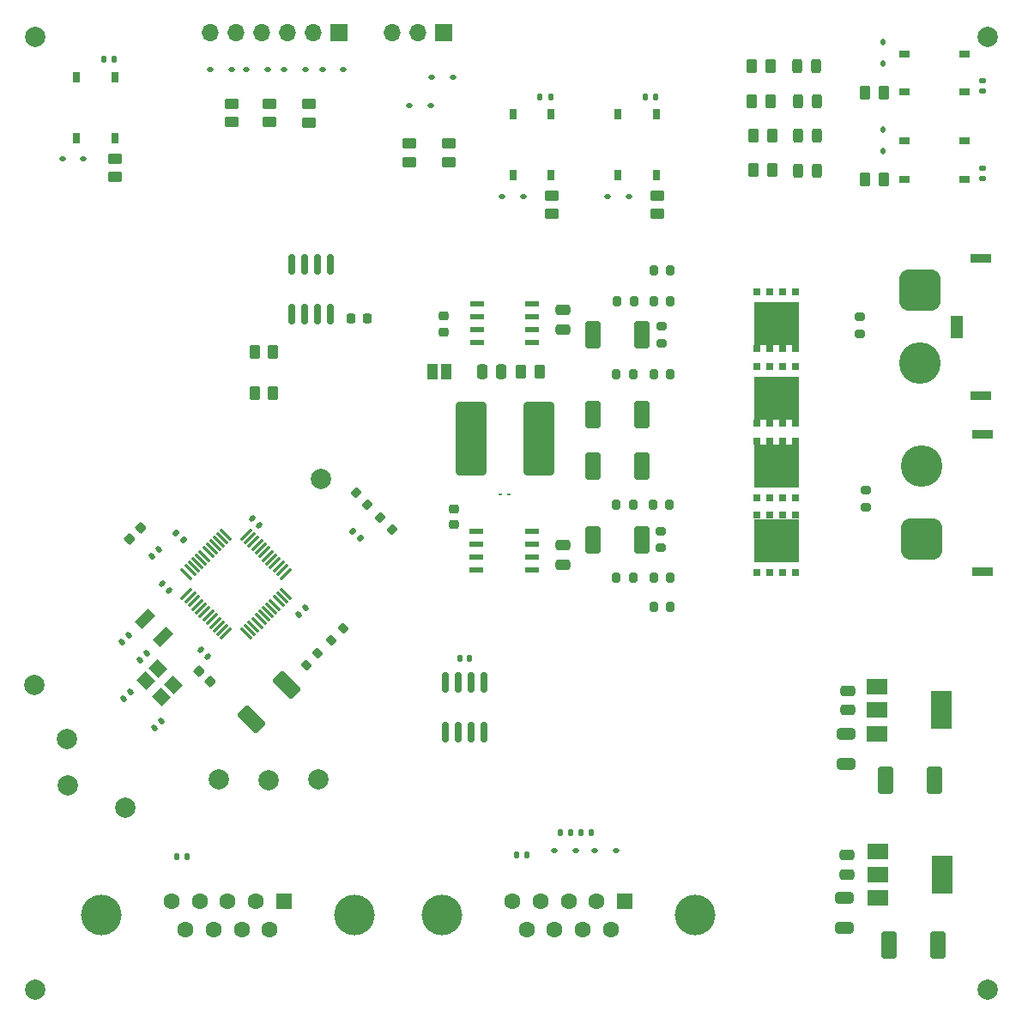
<source format=gbr>
%TF.GenerationSoftware,KiCad,Pcbnew,7.0.9*%
%TF.CreationDate,2024-03-23T03:29:42+09:00*%
%TF.ProjectId,motordriver2,6d6f746f-7264-4726-9976-6572322e6b69,rev?*%
%TF.SameCoordinates,Original*%
%TF.FileFunction,Soldermask,Top*%
%TF.FilePolarity,Negative*%
%FSLAX46Y46*%
G04 Gerber Fmt 4.6, Leading zero omitted, Abs format (unit mm)*
G04 Created by KiCad (PCBNEW 7.0.9) date 2024-03-23 03:29:42*
%MOMM*%
%LPD*%
G01*
G04 APERTURE LIST*
G04 Aperture macros list*
%AMRoundRect*
0 Rectangle with rounded corners*
0 $1 Rounding radius*
0 $2 $3 $4 $5 $6 $7 $8 $9 X,Y pos of 4 corners*
0 Add a 4 corners polygon primitive as box body*
4,1,4,$2,$3,$4,$5,$6,$7,$8,$9,$2,$3,0*
0 Add four circle primitives for the rounded corners*
1,1,$1+$1,$2,$3*
1,1,$1+$1,$4,$5*
1,1,$1+$1,$6,$7*
1,1,$1+$1,$8,$9*
0 Add four rect primitives between the rounded corners*
20,1,$1+$1,$2,$3,$4,$5,0*
20,1,$1+$1,$4,$5,$6,$7,0*
20,1,$1+$1,$6,$7,$8,$9,0*
20,1,$1+$1,$8,$9,$2,$3,0*%
%AMRotRect*
0 Rectangle, with rotation*
0 The origin of the aperture is its center*
0 $1 length*
0 $2 width*
0 $3 Rotation angle, in degrees counterclockwise*
0 Add horizontal line*
21,1,$1,$2,0,0,$3*%
G04 Aperture macros list end*
%ADD10RoundRect,0.140000X0.021213X-0.219203X0.219203X-0.021213X-0.021213X0.219203X-0.219203X0.021213X0*%
%ADD11R,0.700000X0.700000*%
%ADD12R,4.510000X4.350000*%
%ADD13RoundRect,0.243750X0.243750X0.456250X-0.243750X0.456250X-0.243750X-0.456250X0.243750X-0.456250X0*%
%ADD14RoundRect,0.250000X-0.450000X0.262500X-0.450000X-0.262500X0.450000X-0.262500X0.450000X0.262500X0*%
%ADD15RoundRect,0.200000X0.335876X0.053033X0.053033X0.335876X-0.335876X-0.053033X-0.053033X-0.335876X0*%
%ADD16RoundRect,0.200000X-0.200000X-0.275000X0.200000X-0.275000X0.200000X0.275000X-0.200000X0.275000X0*%
%ADD17RoundRect,0.250000X-0.500000X-1.100000X0.500000X-1.100000X0.500000X1.100000X-0.500000X1.100000X0*%
%ADD18RoundRect,0.250000X0.475000X-0.250000X0.475000X0.250000X-0.475000X0.250000X-0.475000X-0.250000X0*%
%ADD19RoundRect,0.225000X0.250000X-0.225000X0.250000X0.225000X-0.250000X0.225000X-0.250000X-0.225000X0*%
%ADD20RoundRect,0.250000X-0.262500X-0.450000X0.262500X-0.450000X0.262500X0.450000X-0.262500X0.450000X0*%
%ADD21R,1.460500X0.558800*%
%ADD22R,1.000000X1.500000*%
%ADD23R,1.700000X1.700000*%
%ADD24O,1.700000X1.700000*%
%ADD25RoundRect,0.147500X-0.147500X-0.172500X0.147500X-0.172500X0.147500X0.172500X-0.147500X0.172500X0*%
%ADD26RoundRect,0.250001X1.262499X3.349999X-1.262499X3.349999X-1.262499X-3.349999X1.262499X-3.349999X0*%
%ADD27RoundRect,0.250000X0.250000X0.475000X-0.250000X0.475000X-0.250000X-0.475000X0.250000X-0.475000X0*%
%ADD28C,2.000000*%
%ADD29RoundRect,0.250000X0.450000X-0.262500X0.450000X0.262500X-0.450000X0.262500X-0.450000X-0.262500X0*%
%ADD30RoundRect,0.140000X-0.140000X-0.170000X0.140000X-0.170000X0.140000X0.170000X-0.140000X0.170000X0*%
%ADD31R,1.000000X0.750000*%
%ADD32RoundRect,0.135000X-0.185000X0.135000X-0.185000X-0.135000X0.185000X-0.135000X0.185000X0.135000X0*%
%ADD33RoundRect,0.135000X-0.135000X-0.185000X0.135000X-0.185000X0.135000X0.185000X-0.135000X0.185000X0*%
%ADD34RoundRect,0.147500X0.226274X0.017678X0.017678X0.226274X-0.226274X-0.017678X-0.017678X-0.226274X0*%
%ADD35RoundRect,0.225000X0.335876X0.017678X0.017678X0.335876X-0.335876X-0.017678X-0.017678X-0.335876X0*%
%ADD36RoundRect,0.112500X0.187500X0.112500X-0.187500X0.112500X-0.187500X-0.112500X0.187500X-0.112500X0*%
%ADD37R,2.000000X1.500000*%
%ADD38R,2.000000X3.800000*%
%ADD39RotRect,1.000000X1.800000X315.000000*%
%ADD40RoundRect,0.112500X-0.187500X-0.112500X0.187500X-0.112500X0.187500X0.112500X-0.187500X0.112500X0*%
%ADD41R,0.750000X1.000000*%
%ADD42RoundRect,0.135000X-0.226274X-0.035355X-0.035355X-0.226274X0.226274X0.035355X0.035355X0.226274X0*%
%ADD43RoundRect,0.075000X-0.415425X-0.521491X0.521491X0.415425X0.415425X0.521491X-0.521491X-0.415425X0*%
%ADD44RoundRect,0.075000X0.415425X-0.521491X0.521491X-0.415425X-0.415425X0.521491X-0.521491X0.415425X0*%
%ADD45RoundRect,0.250000X0.262500X0.450000X-0.262500X0.450000X-0.262500X-0.450000X0.262500X-0.450000X0*%
%ADD46RoundRect,0.112500X-0.112500X0.187500X-0.112500X-0.187500X0.112500X-0.187500X0.112500X0.187500X0*%
%ADD47RoundRect,0.250000X-0.650000X0.325000X-0.650000X-0.325000X0.650000X-0.325000X0.650000X0.325000X0*%
%ADD48RoundRect,0.200000X0.275000X-0.200000X0.275000X0.200000X-0.275000X0.200000X-0.275000X-0.200000X0*%
%ADD49RoundRect,0.225000X-0.225000X-0.250000X0.225000X-0.250000X0.225000X0.250000X-0.225000X0.250000X0*%
%ADD50RoundRect,0.150000X-0.150000X0.825000X-0.150000X-0.825000X0.150000X-0.825000X0.150000X0.825000X0*%
%ADD51RoundRect,0.200000X-0.275000X0.200000X-0.275000X-0.200000X0.275000X-0.200000X0.275000X0.200000X0*%
%ADD52RotRect,1.400000X1.200000X135.000000*%
%ADD53RoundRect,0.200000X0.053033X-0.335876X0.335876X-0.053033X-0.053033X0.335876X-0.335876X0.053033X0*%
%ADD54R,2.000000X0.900000*%
%ADD55RoundRect,1.025000X-1.025000X1.025000X-1.025000X-1.025000X1.025000X-1.025000X1.025000X1.025000X0*%
%ADD56C,4.100000*%
%ADD57RoundRect,0.140000X-0.219203X-0.021213X-0.021213X-0.219203X0.219203X0.021213X0.021213X0.219203X0*%
%ADD58RoundRect,0.062500X-0.117500X-0.062500X0.117500X-0.062500X0.117500X0.062500X-0.117500X0.062500X0*%
%ADD59C,4.000000*%
%ADD60R,1.600000X1.600000*%
%ADD61C,1.600000*%
%ADD62RoundRect,0.250000X0.424264X-1.131371X1.131371X-0.424264X-0.424264X1.131371X-1.131371X0.424264X0*%
%ADD63RoundRect,0.225000X0.017678X-0.335876X0.335876X-0.017678X-0.017678X0.335876X-0.335876X0.017678X0*%
%ADD64RoundRect,0.140000X0.219203X0.021213X0.021213X0.219203X-0.219203X-0.021213X-0.021213X-0.219203X0*%
%ADD65R,1.300000X2.300000*%
%ADD66RoundRect,0.140000X-0.021213X0.219203X-0.219203X0.021213X0.021213X-0.219203X0.219203X-0.021213X0*%
%ADD67RoundRect,0.225000X-0.250000X0.225000X-0.250000X-0.225000X0.250000X-0.225000X0.250000X0.225000X0*%
G04 APERTURE END LIST*
D10*
%TO.C,C17*%
X73574589Y-138261411D03*
X74253411Y-137582589D03*
%TD*%
D11*
%TO.C,Q2*%
X133225000Y-139832500D03*
X134495000Y-139832500D03*
X135765000Y-139832500D03*
X137035000Y-139832500D03*
D12*
X135130000Y-136702500D03*
D11*
X133225000Y-134232500D03*
X134495000Y-134232500D03*
X135765000Y-134232500D03*
X137035000Y-134232500D03*
%TD*%
D13*
%TO.C,D12*%
X139097500Y-89900000D03*
X137222500Y-89900000D03*
%TD*%
D14*
%TO.C,R40*%
X81395000Y-93612500D03*
X81395000Y-95437500D03*
%TD*%
D10*
%TO.C,C6*%
X72318189Y-148481211D03*
X72997011Y-147802389D03*
%TD*%
D15*
%TO.C,R25*%
X94817363Y-133171363D03*
X93650637Y-132004637D03*
%TD*%
D16*
%TO.C,R5*%
X122975000Y-133200000D03*
X124625000Y-133200000D03*
%TD*%
D17*
%TO.C,D4*%
X117050000Y-129350000D03*
X121850000Y-129350000D03*
%TD*%
D14*
%TO.C,R30*%
X69900000Y-99037500D03*
X69900000Y-100862500D03*
%TD*%
D13*
%TO.C,D8*%
X139137500Y-96750000D03*
X137262500Y-96750000D03*
%TD*%
D17*
%TO.C,D10*%
X117050000Y-124300000D03*
X121850000Y-124300000D03*
%TD*%
D18*
%TO.C,C10*%
X114100000Y-139100000D03*
X114100000Y-137200000D03*
%TD*%
D19*
%TO.C,C20*%
X103378000Y-135141000D03*
X103378000Y-133591000D03*
%TD*%
D20*
%TO.C,R11*%
X83669500Y-118110000D03*
X85494500Y-118110000D03*
%TD*%
D21*
%TO.C,U2*%
X105575850Y-135795000D03*
X105575850Y-137065000D03*
X105575850Y-138335000D03*
X105575850Y-139605000D03*
X111024150Y-139605000D03*
X111024150Y-138335000D03*
X111024150Y-137065000D03*
X111024150Y-135795000D03*
%TD*%
D22*
%TO.C,JP1*%
X101250000Y-120100000D03*
X102550000Y-120100000D03*
%TD*%
D23*
%TO.C,J5*%
X102359100Y-86628800D03*
D24*
X99819100Y-86628800D03*
X97279100Y-86628800D03*
%TD*%
D25*
%TO.C,D20*%
X109532500Y-167709700D03*
X110502500Y-167709700D03*
%TD*%
D26*
%TO.C,R9*%
X111750000Y-126700000D03*
X105050000Y-126700000D03*
%TD*%
D20*
%TO.C,R17*%
X83669500Y-122174000D03*
X85494500Y-122174000D03*
%TD*%
D27*
%TO.C,C7*%
X108000000Y-120050000D03*
X106100000Y-120050000D03*
%TD*%
D28*
%TO.C,TP1*%
X90000000Y-160300000D03*
%TD*%
D29*
%TO.C,R36*%
X102819100Y-99391300D03*
X102819100Y-97566300D03*
%TD*%
D16*
%TO.C,R16*%
X123025000Y-113100000D03*
X124675000Y-113100000D03*
%TD*%
D30*
%TO.C,C1*%
X103914000Y-148362000D03*
X104874000Y-148362000D03*
%TD*%
D31*
%TO.C,SW4*%
X153750000Y-101075000D03*
X147750000Y-101075000D03*
X153750000Y-97325000D03*
X147750000Y-97325000D03*
%TD*%
D16*
%TO.C,R6*%
X123025000Y-140350000D03*
X124675000Y-140350000D03*
%TD*%
D32*
%TO.C,R33*%
X155500000Y-91340000D03*
X155500000Y-92360000D03*
%TD*%
D33*
%TO.C,R35*%
X68790000Y-89250000D03*
X69810000Y-89250000D03*
%TD*%
D34*
%TO.C,D13*%
X94068947Y-136486947D03*
X93383053Y-135801053D03*
%TD*%
D29*
%TO.C,R26*%
X123405000Y-104487500D03*
X123405000Y-102662500D03*
%TD*%
D17*
%TO.C,D11*%
X117050000Y-116450000D03*
X121850000Y-116450000D03*
%TD*%
D35*
%TO.C,C16*%
X79288008Y-150662008D03*
X78191992Y-149565992D03*
%TD*%
D23*
%TO.C,J4*%
X92025000Y-86625000D03*
D24*
X89485000Y-86625000D03*
X86945000Y-86625000D03*
X84405000Y-86625000D03*
X81865000Y-86625000D03*
X79325000Y-86625000D03*
%TD*%
D17*
%TO.C,D5*%
X117050000Y-136650000D03*
X121850000Y-136650000D03*
%TD*%
D16*
%TO.C,R8*%
X123025000Y-143300000D03*
X124675000Y-143300000D03*
%TD*%
D36*
%TO.C,D23*%
X84945000Y-90225000D03*
X82845000Y-90225000D03*
%TD*%
D37*
%TO.C,U7*%
X145200000Y-167350000D03*
X145200000Y-169650000D03*
D38*
X151500000Y-169650000D03*
D37*
X145200000Y-171950000D03*
%TD*%
D13*
%TO.C,D9*%
X139137500Y-93350000D03*
X137262500Y-93350000D03*
%TD*%
D37*
%TO.C,U6*%
X145100000Y-151150000D03*
X145100000Y-153450000D03*
D38*
X151400000Y-153450000D03*
D37*
X145100000Y-155750000D03*
%TD*%
D39*
%TO.C,Y1*%
X74602183Y-146197283D03*
X72834417Y-144429517D03*
%TD*%
D40*
%TO.C,D22*%
X86595000Y-90225000D03*
X88695000Y-90225000D03*
%TD*%
D41*
%TO.C,SW5*%
X69875000Y-91000000D03*
X69875000Y-97000000D03*
X66125000Y-91000000D03*
X66125000Y-97000000D03*
%TD*%
D42*
%TO.C,R2*%
X75917376Y-135958376D03*
X76638624Y-136679624D03*
%TD*%
D16*
%TO.C,R15*%
X123025000Y-120300000D03*
X124675000Y-120300000D03*
%TD*%
D43*
%TO.C,U3*%
X76962124Y-141998788D03*
X77315678Y-142352342D03*
X77669231Y-142705895D03*
X78022785Y-143059449D03*
X78376338Y-143413002D03*
X78729891Y-143766555D03*
X79083445Y-144120109D03*
X79436998Y-144473662D03*
X79790551Y-144827215D03*
X80144105Y-145180769D03*
X80497658Y-145534322D03*
X80851212Y-145887876D03*
D44*
X82848788Y-145887876D03*
X83202342Y-145534322D03*
X83555895Y-145180769D03*
X83909449Y-144827215D03*
X84263002Y-144473662D03*
X84616555Y-144120109D03*
X84970109Y-143766555D03*
X85323662Y-143413002D03*
X85677215Y-143059449D03*
X86030769Y-142705895D03*
X86384322Y-142352342D03*
X86737876Y-141998788D03*
D43*
X86737876Y-140001212D03*
X86384322Y-139647658D03*
X86030769Y-139294105D03*
X85677215Y-138940551D03*
X85323662Y-138586998D03*
X84970109Y-138233445D03*
X84616555Y-137879891D03*
X84263002Y-137526338D03*
X83909449Y-137172785D03*
X83555895Y-136819231D03*
X83202342Y-136465678D03*
X82848788Y-136112124D03*
D44*
X80851212Y-136112124D03*
X80497658Y-136465678D03*
X80144105Y-136819231D03*
X79790551Y-137172785D03*
X79436998Y-137526338D03*
X79083445Y-137879891D03*
X78729891Y-138233445D03*
X78376338Y-138586998D03*
X78022785Y-138940551D03*
X77669231Y-139294105D03*
X77315678Y-139647658D03*
X76962124Y-140001212D03*
%TD*%
D30*
%TO.C,C8*%
X115903000Y-165559700D03*
X116863000Y-165559700D03*
%TD*%
D10*
%TO.C,C4*%
X73821189Y-155228811D03*
X74500011Y-154549989D03*
%TD*%
D25*
%TO.C,D21*%
X76015000Y-167859700D03*
X76985000Y-167859700D03*
%TD*%
D45*
%TO.C,R18*%
X134572500Y-93355000D03*
X132747500Y-93355000D03*
%TD*%
D46*
%TO.C,D17*%
X145650000Y-96200000D03*
X145650000Y-98300000D03*
%TD*%
D28*
%TO.C,H1*%
X62000000Y-181000000D03*
%TD*%
D16*
%TO.C,R4*%
X119375000Y-140350000D03*
X121025000Y-140350000D03*
%TD*%
D47*
%TO.C,C22*%
X141900000Y-171975000D03*
X141900000Y-174925000D03*
%TD*%
D16*
%TO.C,R20*%
X119450000Y-113100000D03*
X121100000Y-113100000D03*
%TD*%
D48*
%TO.C,R7*%
X123750000Y-137425000D03*
X123750000Y-135775000D03*
%TD*%
D14*
%TO.C,R38*%
X88995000Y-93675000D03*
X88995000Y-95500000D03*
%TD*%
D28*
%TO.C,TP7*%
X85050000Y-160350000D03*
%TD*%
D49*
%TO.C,C11*%
X93206000Y-114799000D03*
X94756000Y-114799000D03*
%TD*%
D28*
%TO.C,TP4*%
X65200000Y-160900000D03*
%TD*%
D50*
%TO.C,U1*%
X106299000Y-150687000D03*
X105029000Y-150687000D03*
X103759000Y-150687000D03*
X102489000Y-150687000D03*
X102489000Y-155637000D03*
X103759000Y-155637000D03*
X105029000Y-155637000D03*
X106299000Y-155637000D03*
%TD*%
D28*
%TO.C,TP3*%
X65150000Y-156300000D03*
%TD*%
D51*
%TO.C,R12*%
X123800000Y-115575000D03*
X123800000Y-117225000D03*
%TD*%
D13*
%TO.C,D7*%
X139137500Y-100225000D03*
X137262500Y-100225000D03*
%TD*%
D45*
%TO.C,R14*%
X134722500Y-96765000D03*
X132897500Y-96765000D03*
%TD*%
D10*
%TO.C,C5*%
X70550389Y-146713411D03*
X71229211Y-146034589D03*
%TD*%
D52*
%TO.C,Y2*%
X75676958Y-150920677D03*
X74121323Y-149365042D03*
X72919242Y-150567123D03*
X74474877Y-152122758D03*
%TD*%
D53*
%TO.C,R23*%
X91215637Y-146554363D03*
X92382363Y-145387637D03*
%TD*%
%TO.C,R22*%
X88740737Y-149029163D03*
X89907463Y-147862437D03*
%TD*%
D45*
%TO.C,R10*%
X134722500Y-100200000D03*
X132897500Y-100200000D03*
%TD*%
D31*
%TO.C,SW3*%
X153750000Y-92475000D03*
X147750000Y-92475000D03*
X153750000Y-88725000D03*
X147750000Y-88725000D03*
%TD*%
D54*
%TO.C,M1*%
X155450000Y-126250000D03*
X155450000Y-139750000D03*
D55*
X149450000Y-136600000D03*
D56*
X149450000Y-129400000D03*
%TD*%
D17*
%TO.C,D26*%
X145950000Y-160350000D03*
X150750000Y-160350000D03*
%TD*%
D57*
%TO.C,C15*%
X83480589Y-134534589D03*
X84159411Y-135213411D03*
%TD*%
D11*
%TO.C,Q3*%
X137035000Y-119552500D03*
X135765000Y-119552500D03*
X134495000Y-119552500D03*
X133225000Y-119552500D03*
D12*
X135130000Y-122682500D03*
D11*
X137035000Y-125152500D03*
X135765000Y-125152500D03*
X134495000Y-125152500D03*
X133225000Y-125152500D03*
%TD*%
D36*
%TO.C,D3*%
X115350000Y-167309700D03*
X113250000Y-167309700D03*
%TD*%
D16*
%TO.C,R19*%
X119375000Y-120300000D03*
X121025000Y-120300000D03*
%TD*%
D36*
%TO.C,D2*%
X119300000Y-167309700D03*
X117200000Y-167309700D03*
%TD*%
D18*
%TO.C,C24*%
X142100000Y-169650000D03*
X142100000Y-167750000D03*
%TD*%
D41*
%TO.C,SW2*%
X112930000Y-94675000D03*
X112930000Y-100675000D03*
X109180000Y-94675000D03*
X109180000Y-100675000D03*
%TD*%
D33*
%TO.C,R32*%
X111845000Y-92925000D03*
X112865000Y-92925000D03*
%TD*%
D45*
%TO.C,R21*%
X134582500Y-89895000D03*
X132757500Y-89895000D03*
%TD*%
D21*
%TO.C,U5*%
X105601650Y-113400000D03*
X105601650Y-114670000D03*
X105601650Y-115940000D03*
X105601650Y-117210000D03*
X111049950Y-117210000D03*
X111049950Y-115940000D03*
X111049950Y-114670000D03*
X111049950Y-113400000D03*
%TD*%
D11*
%TO.C,Q4*%
X137040000Y-112200000D03*
X135770000Y-112200000D03*
X134500000Y-112200000D03*
X133230000Y-112200000D03*
D12*
X135135000Y-115330000D03*
D11*
X137040000Y-117800000D03*
X135770000Y-117800000D03*
X134500000Y-117800000D03*
X133230000Y-117800000D03*
%TD*%
D16*
%TO.C,R13*%
X123025000Y-110050000D03*
X124675000Y-110050000D03*
%TD*%
D58*
%TO.C,D1*%
X108747500Y-132200000D03*
X107907500Y-132200000D03*
%TD*%
D28*
%TO.C,TP5*%
X70900000Y-163100000D03*
%TD*%
D45*
%TO.C,R1*%
X111762500Y-120050000D03*
X109937500Y-120050000D03*
%TD*%
D59*
%TO.C,J3*%
X68510000Y-173689700D03*
X93510000Y-173689700D03*
D60*
X86550000Y-172269700D03*
D61*
X83780000Y-172269700D03*
X81010000Y-172269700D03*
X78240000Y-172269700D03*
X75470000Y-172269700D03*
X85165000Y-175109700D03*
X82395000Y-175109700D03*
X79625000Y-175109700D03*
X76855000Y-175109700D03*
%TD*%
D14*
%TO.C,R39*%
X85095000Y-93612500D03*
X85095000Y-95437500D03*
%TD*%
D41*
%TO.C,SW1*%
X123280000Y-94675000D03*
X123280000Y-100675000D03*
X119530000Y-94675000D03*
X119530000Y-100675000D03*
%TD*%
D40*
%TO.C,D19*%
X90345000Y-90225000D03*
X92445000Y-90225000D03*
%TD*%
D15*
%TO.C,R24*%
X97253363Y-135649763D03*
X96086637Y-134483037D03*
%TD*%
D36*
%TO.C,D24*%
X101019100Y-93778800D03*
X98919100Y-93778800D03*
%TD*%
D40*
%TO.C,D14*%
X118505000Y-102825000D03*
X120605000Y-102825000D03*
%TD*%
D20*
%TO.C,R29*%
X143887500Y-101100000D03*
X145712500Y-101100000D03*
%TD*%
D48*
%TO.C,RV1*%
X143950000Y-133425000D03*
X143950000Y-131775000D03*
%TD*%
D18*
%TO.C,C18*%
X114050000Y-115900000D03*
X114050000Y-114000000D03*
%TD*%
D40*
%TO.C,D15*%
X108055000Y-102825000D03*
X110155000Y-102825000D03*
%TD*%
D28*
%TO.C,TP2*%
X61950000Y-150950000D03*
%TD*%
D16*
%TO.C,R3*%
X119375000Y-133200000D03*
X121025000Y-133200000D03*
%TD*%
D29*
%TO.C,R27*%
X113005000Y-104500000D03*
X113005000Y-102675000D03*
%TD*%
D30*
%TO.C,C9*%
X113870000Y-165559700D03*
X114830000Y-165559700D03*
%TD*%
D51*
%TO.C,RV2*%
X143350000Y-114650000D03*
X143350000Y-116300000D03*
%TD*%
D40*
%TO.C,D25*%
X79295000Y-90225000D03*
X81395000Y-90225000D03*
%TD*%
D11*
%TO.C,Q1*%
X133225000Y-132502500D03*
X134495000Y-132502500D03*
X135765000Y-132502500D03*
X137035000Y-132502500D03*
D12*
X135130000Y-129372500D03*
D11*
X133225000Y-126902500D03*
X134495000Y-126902500D03*
X135765000Y-126902500D03*
X137035000Y-126902500D03*
%TD*%
D29*
%TO.C,R37*%
X98919100Y-99391300D03*
X98919100Y-97566300D03*
%TD*%
D18*
%TO.C,C23*%
X142200000Y-153450000D03*
X142200000Y-151550000D03*
%TD*%
D59*
%TO.C,J2*%
X102155000Y-173689700D03*
X127155000Y-173689700D03*
D60*
X120195000Y-172269700D03*
D61*
X117425000Y-172269700D03*
X114655000Y-172269700D03*
X111885000Y-172269700D03*
X109115000Y-172269700D03*
X118810000Y-175109700D03*
X116040000Y-175109700D03*
X113270000Y-175109700D03*
X110500000Y-175109700D03*
%TD*%
D62*
%TO.C,D6*%
X83392944Y-154351056D03*
X86787056Y-150956944D03*
%TD*%
D40*
%TO.C,D28*%
X101119100Y-90978800D03*
X103219100Y-90978800D03*
%TD*%
D32*
%TO.C,R34*%
X155500000Y-99990000D03*
X155500000Y-101010000D03*
%TD*%
D28*
%TO.C,TP6*%
X80150000Y-160300000D03*
%TD*%
D63*
%TO.C,C19*%
X71350692Y-136596208D03*
X72446708Y-135500192D03*
%TD*%
D46*
%TO.C,D16*%
X145700000Y-87550000D03*
X145700000Y-89650000D03*
%TD*%
D10*
%TO.C,C3*%
X70776689Y-152356111D03*
X71455511Y-151677289D03*
%TD*%
D47*
%TO.C,C21*%
X142050000Y-155775000D03*
X142050000Y-158725000D03*
%TD*%
D28*
%TO.C,TP8*%
X90200000Y-130650000D03*
%TD*%
D17*
%TO.C,D27*%
X146250000Y-176650000D03*
X151050000Y-176650000D03*
%TD*%
D28*
%TO.C,H2*%
X62000000Y-87000000D03*
%TD*%
D64*
%TO.C,C12*%
X79079411Y-148167411D03*
X78400589Y-147488589D03*
%TD*%
%TO.C,C13*%
X75224411Y-141657611D03*
X74545589Y-140978789D03*
%TD*%
D50*
%TO.C,U4*%
X91186000Y-109474000D03*
X89916000Y-109474000D03*
X88646000Y-109474000D03*
X87376000Y-109474000D03*
X87376000Y-114424000D03*
X88646000Y-114424000D03*
X89916000Y-114424000D03*
X91186000Y-114424000D03*
%TD*%
D33*
%TO.C,R31*%
X122195000Y-92925000D03*
X123215000Y-92925000D03*
%TD*%
D28*
%TO.C,H4*%
X156000000Y-87000000D03*
%TD*%
D54*
%TO.C,J1*%
X155300000Y-108900000D03*
X155300000Y-122400000D03*
D55*
X149300000Y-112050000D03*
D56*
X149300000Y-119250000D03*
D65*
X152950000Y-115650000D03*
%TD*%
D66*
%TO.C,C14*%
X88730111Y-143382989D03*
X88051289Y-144061811D03*
%TD*%
D40*
%TO.C,D18*%
X64700000Y-99100000D03*
X66800000Y-99100000D03*
%TD*%
D67*
%TO.C,C2*%
X102300000Y-114575000D03*
X102300000Y-116125000D03*
%TD*%
D28*
%TO.C,H3*%
X156000000Y-181000000D03*
%TD*%
D20*
%TO.C,R28*%
X143887500Y-92550000D03*
X145712500Y-92550000D03*
%TD*%
M02*

</source>
